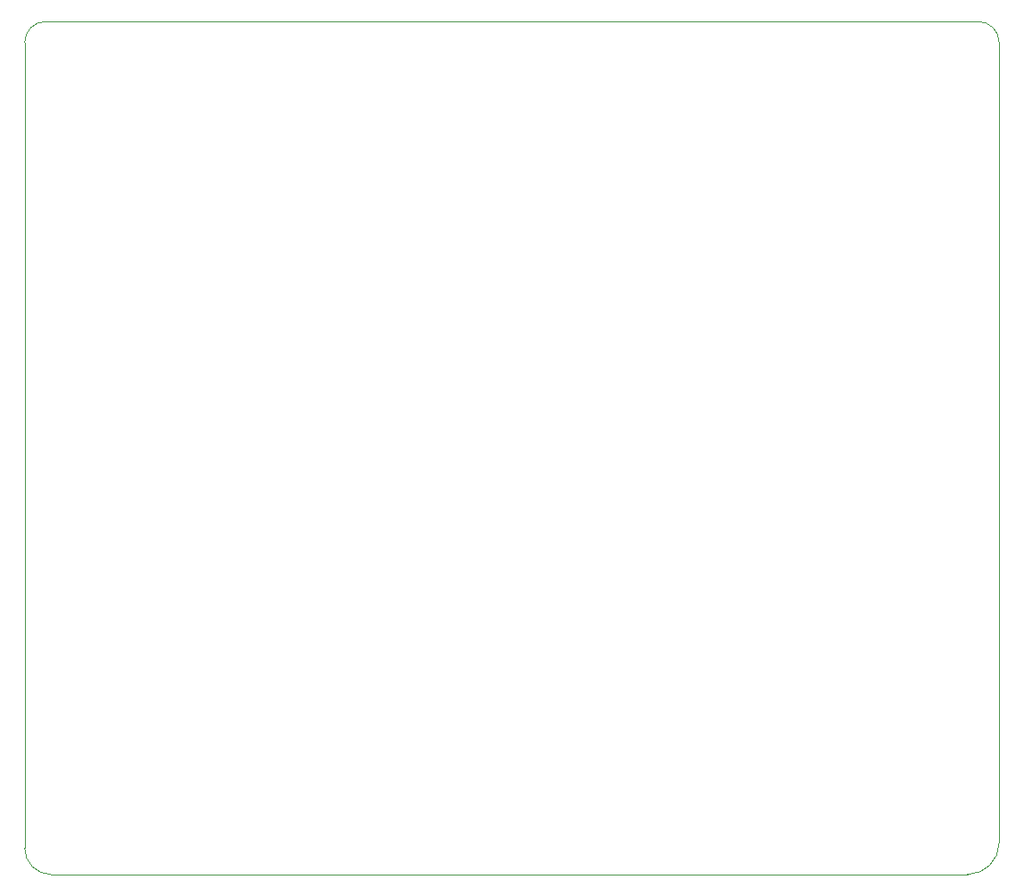
<source format=gbr>
G04 #@! TF.GenerationSoftware,KiCad,Pcbnew,(5.1.6)-1*
G04 #@! TF.CreationDate,2020-09-05T01:30:18-05:00*
G04 #@! TF.ProjectId,amplificador-200w,616d706c-6966-4696-9361-646f722d3230,rev?*
G04 #@! TF.SameCoordinates,Original*
G04 #@! TF.FileFunction,Profile,NP*
%FSLAX46Y46*%
G04 Gerber Fmt 4.6, Leading zero omitted, Abs format (unit mm)*
G04 Created by KiCad (PCBNEW (5.1.6)-1) date 2020-09-05 01:30:18*
%MOMM*%
%LPD*%
G01*
G04 APERTURE LIST*
G04 #@! TA.AperFunction,Profile*
%ADD10C,0.050000*%
G04 #@! TD*
G04 APERTURE END LIST*
D10*
X102500000Y-138000000D02*
G75*
G02*
X100000000Y-135500000I0J2500000D01*
G01*
X192500000Y-135000000D02*
G75*
G02*
X189500000Y-138000000I-3000000J0D01*
G01*
X190500000Y-57000000D02*
G75*
G02*
X192500000Y-59000000I0J-2000000D01*
G01*
X100000000Y-59000000D02*
G75*
G02*
X102000000Y-57000000I2000000J0D01*
G01*
X102000000Y-57000000D02*
X190500000Y-57000000D01*
X100000000Y-135500000D02*
X100000000Y-59000000D01*
X189500000Y-138000000D02*
X102500000Y-138000000D01*
X192500000Y-59000000D02*
X192500000Y-135000000D01*
M02*

</source>
